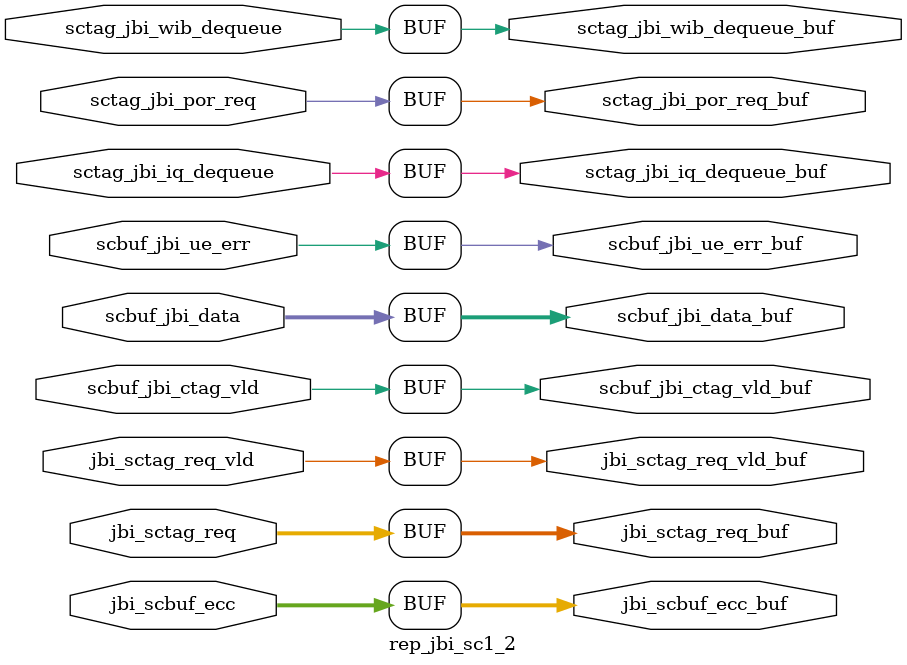
<source format=v>
module rep_jbi_sc1_2(/*AUTOARG*/
   // Outputs
   jbi_sctag_req_buf, scbuf_jbi_data_buf, jbi_scbuf_ecc_buf, 
   jbi_sctag_req_vld_buf, scbuf_jbi_ctag_vld_buf, 
   scbuf_jbi_ue_err_buf, sctag_jbi_iq_dequeue_buf, 
   sctag_jbi_wib_dequeue_buf, sctag_jbi_por_req_buf, 
   // Inputs
   jbi_sctag_req, scbuf_jbi_data, jbi_scbuf_ecc, jbi_sctag_req_vld, 
   scbuf_jbi_ctag_vld, scbuf_jbi_ue_err, sctag_jbi_iq_dequeue, 
   sctag_jbi_wib_dequeue, sctag_jbi_por_req
   );

   output [31:0]        jbi_sctag_req_buf;         
   output [31:0]        scbuf_jbi_data_buf;        
   output [6:0]         jbi_scbuf_ecc_buf;         
   output               jbi_sctag_req_vld_buf;     
   output               scbuf_jbi_ctag_vld_buf;
   output               scbuf_jbi_ue_err_buf;      
   output		sctag_jbi_iq_dequeue_buf;
   output		sctag_jbi_wib_dequeue_buf;
   output		sctag_jbi_por_req_buf;

   input [31:0]        jbi_sctag_req;         
   input [31:0]        scbuf_jbi_data;        
   input [6:0]         jbi_scbuf_ecc;         
   input               jbi_sctag_req_vld;     
   input               scbuf_jbi_ctag_vld;
   input               scbuf_jbi_ue_err;      
   input	       sctag_jbi_iq_dequeue;
   input	       sctag_jbi_wib_dequeue;
   input	       sctag_jbi_por_req;

// This repeater bank is a row of flops 
// There are a maximum of 10 flops per row.


assign		jbi_sctag_req_buf = jbi_sctag_req ;
assign		scbuf_jbi_data_buf = scbuf_jbi_data ;
assign		jbi_scbuf_ecc_buf[6:0] = jbi_scbuf_ecc[6:0] ;
assign		jbi_sctag_req_vld_buf = jbi_sctag_req_vld ;
assign		scbuf_jbi_ctag_vld_buf = scbuf_jbi_ctag_vld ;
assign		scbuf_jbi_ue_err_buf = scbuf_jbi_ue_err ;
assign		sctag_jbi_iq_dequeue_buf = sctag_jbi_iq_dequeue ;
assign		sctag_jbi_wib_dequeue_buf =  sctag_jbi_wib_dequeue;
assign		sctag_jbi_por_req_buf = sctag_jbi_por_req ;

endmodule


</source>
